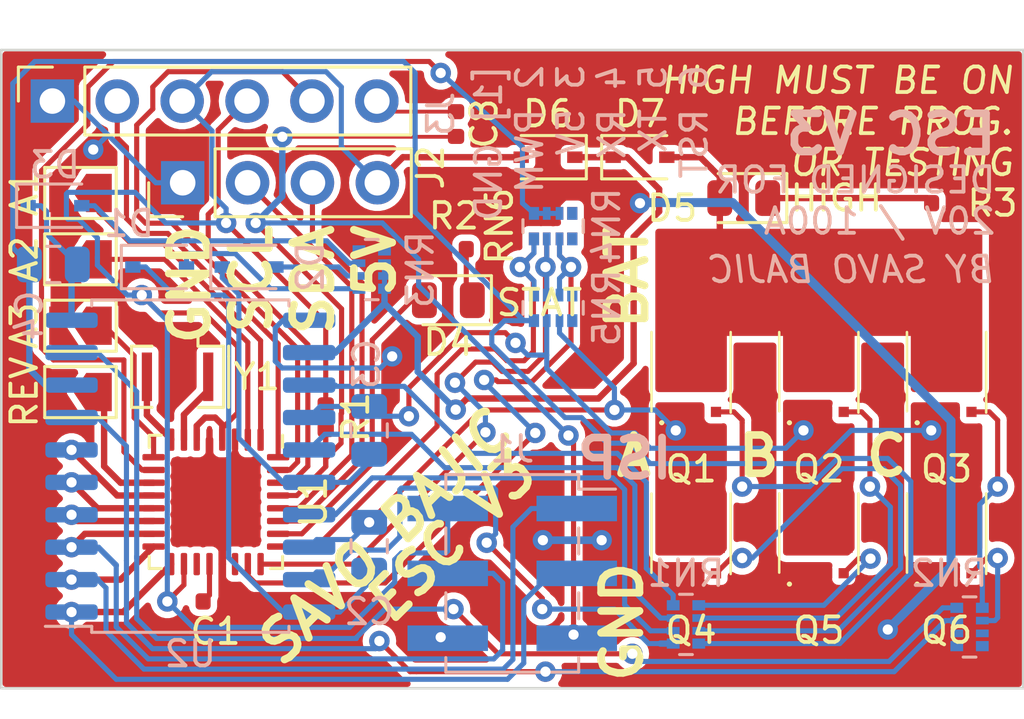
<source format=kicad_pcb>
(kicad_pcb (version 20221018) (generator pcbnew)
  (title_block (title "ESC V3"))
  (layers (0 "F.Cu" signal) (31 "B.Cu" signal) (34 "B.Paste" user) (35 "F.Paste" user) (36 "B.SilkS" user "B.Silkscreen") (37 "F.SilkS" user "F.Silkscreen") (38 "B.Mask" user) (39 "F.Mask" user) (44 "Edge.Cuts" user))
  (net 0 "")
  (net 1 "Net-(U1-AREF)")
  (net 2 "GND")
  (net 3 "Net-(D1-K)")
  (net 4 "AOUT")
  (net 5 "Net-(D2-K)")
  (net 6 "BOUT")
  (net 7 "Net-(D3-K)")
  (net 8 "COUT")
  (net 9 "+BATT")
  (net 10 "+5V")
  (net 11 "EXT_RST")
  (net 12 "Net-(D1-A)")
  (net 13 "Net-(D2-A)")
  (net 14 "Net-(D3-A)")
  (net 15 "PWM_IN")
  (net 16 "SDA")
  (net 17 "SCL")
  (net 18 "TX")
  (net 19 "RX")
  (net 20 "/HB")
  (net 21 "/HA")
  (net 22 "/LA")
  (net 23 "/ADD_1")
  (net 24 "/ADD_2")
  (net 25 "/ADD_3")
  (net 26 "/REVERSE")
  (net 27 "Net-(D4-K)")
  (net 28 "Net-(D5-K)")
  (net 29 "A_BEMF")
  (net 30 "C_BEMF")
  (net 31 "B_BEMF")
  (net 32 "ZERO")
  (net 33 "/LB")
  (net 34 "/HC")
  (net 35 "/LC")
  (net 36 "X2")
  (net 37 "X1")
  (net 38 "Net-(D6-K)")
  (net 39 "Net-(Q1-G)")
  (net 40 "Net-(Q2-G)")
  (net 41 "Net-(Q3-G)")
  (net 42 "RST")
  (net 43 "STATUS")
  (net 44 "Net-(Q4-G)")
  (net 45 "Net-(Q5-G)")
  (net 46 "Net-(Q6-G)")
  (net 47 "Net-(RN1-R1.1)")
  (net 48 "Net-(RN1-R2.1)")
  (net 49 "Net-(RN1-R3.1)")
  (net 50 "Net-(RN1-R4.1)")
  (net 55 "Net-(RN2-R2.2)")
  (net 56 "Net-(RN2-R1.2)")
  (footprint "Capacitor_SMD:C_0402_1005Metric" (layer "F.Cu") (at 178.385 131.6 180)
    (fp_text reference "C1")
    (fp_text value "100n")
  )
  (footprint "Capacitor_SMD:C_0402_1005Metric" (layer "F.Cu") (at 187.8 112.9 90)
    (fp_text reference "C8")
    (fp_text value "100n")
  )
  (footprint "Connector_PinHeader_2.54mm:PinHeader_1x04_P2.54mm_Vertical" (layer "F.Cu") (at 177.1 115.2 90)
    (fp_text reference "J2")
    (fp_text value "I2C_CTRL")
  )
  (footprint "Connector_PinSocket_2.54mm:PinSocket_1x06_P2.54mm_Vertical" (layer "F.Cu") (at 172 112 90)
    (fp_text reference "J3")
    (fp_text value "SER_PROG")
  )
  (footprint "Jumper:SolderJumper-2_P1.3mm_Open_TrianglePad1.0x1.5mm" (layer "F.Cu") (at 173.1 115.6 180)
    (fp_text reference "JP1" hide)
    (fp_text value "A1")
  )
  (footprint "Jumper:SolderJumper-2_P1.3mm_Open_TrianglePad1.0x1.5mm" (layer "F.Cu") (at 173.1 118.2 180)
    (fp_text reference "JP2" hide)
    (fp_text value "A2")
  )
  (footprint "Jumper:SolderJumper-2_P1.3mm_Open_TrianglePad1.0x1.5mm" (layer "F.Cu") (at 173.1 120.8 180)
    (fp_text reference "JP3" hide)
    (fp_text value "A3")
  )
  (footprint "Jumper:SolderJumper-2_P1.3mm_Open_TrianglePad1.0x1.5mm" (layer "F.Cu") (at 173.1 123.4 180)
    (fp_text reference "JP4" hide)
    (fp_text value "REV")
  )
  (footprint "Resistor_SMD:R_0402_1005Metric" (layer "F.Cu") (at 182.7 124.385 -90)
    (fp_text reference "R1")
    (fp_text value "10k")
  )
  (footprint "Resistor_SMD:R_Array_Convex_4x0402" (layer "F.Cu") (at 191.6 116.9 90)
    (fp_text reference "RN6")
    (fp_text value "10k")
  )
  (footprint "esc:TPN2R903PLL1Q" (layer "F.Cu") (at 197 122.6)
    (fp_text reference "Q1")
    (fp_text value "Q_NMOS_SGD" hide)
  )
  (footprint "esc:TPN2R903PLL1Q" (layer "F.Cu") (at 202 122.6)
    (fp_text reference "Q2")
    (fp_text value "Q_NMOS_SGD" hide)
  )
  (footprint "esc:TPN2R903PLL1Q" (layer "F.Cu") (at 207 122.6)
    (fp_text reference "Q3")
    (fp_text value "Q_NMOS_SGD" hide)
  )
  (footprint "esc:TPN2R903PLL1Q" (layer "F.Cu") (at 197 128.925)
    (fp_text reference "Q4")
    (fp_text value "Q_NMOS_SGD" hide)
  )
  (footprint "esc:TPN2R903PLL1Q" (layer "F.Cu") (at 202 128.92)
    (fp_text reference "Q5")
    (fp_text value "Q_NMOS_SGD" hide)
  )
  (footprint "esc:TPN2R903PLL1Q" (layer "F.Cu") (at 207 128.92)
    (fp_text reference "Q6")
    (fp_text value "Q_NMOS_SGD" hide)
  )
  (footprint "Package_DFN_QFN:QFN-32-1EP_5x5mm_P0.5mm_EP3.1x3.1mm" (layer "F.Cu") (at 178.4 127.7 -90)
    (fp_text reference "U1")
    (fp_text value "ATmega328PB-MU" hide)
  )
  (footprint "Crystal:Resonator_SMD_muRata_CSTxExxV-3Pin_3.0x1.1mm" (layer "F.Cu") (at 176.9 122.8 180)
    (fp_text reference "Y1")
    (fp_text value "16MHz")
  )
  (footprint "LED_SMD:LED_0805_2012Metric" (layer "F.Cu") (at 187.5 119.8 180)
    (fp_text reference "D4")
    (fp_text value "LED")
  )
  (footprint "LED_SMD:LED_0805_2012Metric" (layer "F.Cu") (at 199.0625 115.8 180)
    (fp_text reference "D5")
    (fp_text value "LED")
  )
  (footprint "Resistor_SMD:R_0402_1005Metric" (layer "F.Cu") (at 187.715 117.8 180)
    (fp_text reference "R2")
    (fp_text value "470")
  )
  (footprint "Resistor_SMD:R_0402_1005Metric" (layer "F.Cu") (at 206.9 116)
    (fp_text reference "R3")
    (fp_text value "2k")
  )
  (footprint "Diode_SMD:D_SOD-323" (layer "F.Cu") (at 191.4 114.2 180)
    (fp_text reference "D6")
    (fp_text value "0v8")
  )
  (footprint "Diode_SMD:D_SOD-323" (layer "F.Cu") (at 195 114.2)
    (fp_text reference "D7")
    (fp_text value "0v8")
  )
  (footprint "Capacitor_SMD:C_0805_2012Metric" (layer "B.Cu") (at 184.4 129.4375 -90)
    (fp_text reference "C2")
    (fp_text value "4u7")
  )
  (footprint "Capacitor_SMD:C_0805_2012Metric" (layer "B.Cu") (at 184.4 124.9 -90)
    (fp_text reference "C3")
    (fp_text value "4u7")
  )
  (footprint "Capacitor_SMD:C_0805_2012Metric" (layer "B.Cu") (at 172.0375 118.4)
    (fp_text reference "C4")
    (fp_text value "4u7")
  )
  (footprint "Diode_SMD:D_SOD-323" (layer "B.Cu") (at 176.2 118.5)
    (fp_text reference "D1")
    (fp_text value "0v8")
  )
  (footprint "Diode_SMD:D_SOD-323" (layer "B.Cu") (at 179.7 118.5)
    (fp_text reference "D2")
    (fp_text value "0v8")
  )
  (footprint "Diode_SMD:D_SOD-323" (layer "B.Cu") (at 172.1 116.1)
    (fp_text reference "D3")
    (fp_text value "0v8")
  )
  (footprint "Resistor_SMD:R_Array_Convex_4x0402" (layer "B.Cu") (at 196.8 132.5)
    (fp_text reference "RN1")
    (fp_text value "100")
  )
  (footprint "Resistor_SMD:R_Array_Convex_4x0402" (layer "B.Cu") (at 207.9 132.6 180)
    (fp_text reference "RN2")
    (fp_text value "100")
  )
  (footprint "Resistor_SMD:R_Array_Convex_4x0402" (layer "B.Cu") (at 184.5 118.6 180)
    (fp_text reference "RN3")
    (fp_text value "0")
  )
  (footprint "Resistor_SMD:R_Array_Convex_4x0402" (layer "B.Cu") (at 191.6 116.9 -90)
    (fp_text reference "RN4")
    (fp_text value "33k")
  )
  (footprint "Resistor_SMD:R_Array_Convex_4x0402" (layer "B.Cu") (at 191.6 120.1 -90)
    (fp_text reference "RN5")
    (fp_text value "33k")
  )
  (footprint "Package_SO:SOIC-20W_7.5x12.8mm_P1.27mm" (layer "B.Cu") (at 177.4 126.3)
    (fp_text reference "U2")
    (fp_text value "FAN7888")
  )
  (footprint "Connector_PinHeader_2.54mm:PinHeader_2x03_P2.54mm_Vertical_SMD" (layer "B.Cu") (at 190 130.5 180)
    (fp_text reference "J1")
    (fp_text value "AVR-ISP-6")
  )
  (gr_line (start 210 110) (end 170 110) (stroke (width 0.1)) (layer "Edge.Cuts"))
  (gr_line (start 170 135) (end 210 135) (stroke (width 0.1)) (layer "Edge.Cuts"))
  (gr_line (start 210 135) (end 210 110) (stroke (width 0.1)) (layer "Edge.Cuts"))
  (gr_line (start 170 110) (end 170 135) (stroke (width 0.1)) (layer "Edge.Cuts"))
  (gr_text "DESIGNED FOR\n20V / 100A" (at 209 115.9) (layer "B.SilkS") (effects (font (size 1 1)) (justify left mirror)))
  (gr_text "[1] GND\n2 PWM\n3 5V\n4 RX\n5 TX\n6 RST" (at 193.1 110.5 90) (layer "B.SilkS") (effects (font (size 1 1)) (justify left mirror)))
  (gr_text "ESC V3" (at 209.1 113.3) (layer "B.SilkS") (effects (font (size 1.5 1.5) (thickness 0.3)) (justify left mirror)))
  (gr_text "ISP" (at 194.4 126) (layer "B.SilkS") (effects (font (size 1.5 1.5) (thickness 0.3)) (justify mirror)))
  (gr_text "BY SAVO BAJIC" (at 209 118.6) (layer "B.SilkS") (effects (font (size 1 1) (thickness 0.15) italic) (justify left mirror)))
  (gr_text "BAT" (at 194.5 118.9 90) (layer "F.SilkS") (effects (font (size 1.5 1.5) (thickness 0.3))))
  (gr_text "A" (at 195.6 125.9) (layer "F.SilkS") (effects (font (size 1.5 1.5) (thickness 0.3)) (justify right)))
  (gr_text "GND\nSCL\nSDA\n5V" (at 181 116.7 90) (layer "F.SilkS") (effects (font (size 1.5 1.5) (thickness 0.3)) (justify right)))
  (gr_text "STAT" (at 189.3 119.9) (layer "F.SilkS") (effects (font (size 1 1)) (justify left)))
  (gr_text "SAVO BAJIC" (at 185 129.1 45) (layer "F.SilkS") (effects (font (size 1.5 1.5) (thickness 0.3) italic)))
  (gr_text "B" (at 200.6 125.9) (layer "F.SilkS") (effects (font (size 1.5 1.5) (thickness 0.3)) (justify right)))
  (gr_text "HIGH" (at 200.8 115.8) (layer "F.SilkS") (effects (font (size 1 1)) (justify left)))
  (gr_text "C" (at 205.6 125.9) (layer "F.SilkS") (effects (font (size 1.5 1.5) (thickness 0.3)) (justify right)))
  (gr_text "GND" (at 194.3 132.4 90) (layer "F.SilkS") (effects (font (size 1.5 1.5) (thickness 0.3))))
  (gr_text "HIGH MUST BE ON\nBEFORE PROG.\nOR TESTING" (at 209.7 112.8) (layer "F.SilkS") (effects (font (size 1 1) (thickness 0.15) italic) (justify right)))
  (gr_text "ESC V3" (at 187.6 129.1 45) (layer "F.SilkS") (effects (font (size 1.5 1.5) (thickness 0.3) italic)))
  (segment (start 178.15 131.35) (end 178.15 130.1375) (width 0.2) (layer "F.Cu") (net 1))
  (segment (start 177.9 131.6) (end 178.15 131.35) (width 0.2) (layer "F.Cu") (net 1))
  (segment (start 188.63641 127.9) (end 184.93641 131.6) (width 0.3) (layer "F.Cu") (net 2))
  (segment (start 172.375 120.8) (end 172.375 120.57572) (width 0.2) (layer "F.Cu") (net 2))
  (segment (start 195 116) (end 194.600001 115.600001) (width 0.35) (layer "F.Cu") (net 2))
  (segment (start 172.375 118.2) (end 172.375 120.8) (width 0.1) (layer "F.Cu") (net 2))
  (segment (start 204.7 132.7) (end 204.7 131.82) (width 0.35) (layer "F.Cu") (net 2))
  (segment (start 187.35001 117.92001) (end 187.35001 120.481484) (width 0.2) (layer "F.Cu") (net 2))
  (segment (start 174.9 120.20072) (end 174.44927 119.74999) (width 0.2) (layer "F.Cu") (net 2))
  (segment (start 191.2 129.2) (end 191.2 128.634315) (width 0.3) (layer "F.Cu") (net 2))
  (segment (start 178.87 131.6) (end 178.65 131.38) (width 0.3) (layer "F.Cu") (net 2))
  (segment (start 187.35001 120.481484) (end 185.831494 122) (width 0.2) (layer "F.Cu") (net 2))
  (segment (start 178.65 130.1375) (end 178.65 127.95) (width 0.3) (layer "F.Cu") (net 2))
  (segment (start 193.5 129.2) (end 194.8 130.5) (width 0.3) (layer "F.Cu") (net 2))
  (segment (start 178.65 127.95) (end 178.4 127.7) (width 0.3) (layer "F.Cu") (net 2))
  (segment (start 175.8 121.4) (end 174.9 120.5) (width 0.2) (layer "F.Cu") (net 2))
  (segment (start 184.93641 131.6) (end 179.165 131.6) (width 0.3) (layer "F.Cu") (net 2))
  (segment (start 190.465685 127.9) (end 188.63641 127.9) (width 0.3) (layer "F.Cu") (net 2))
  (segment (start 185.831494 122) (end 185.3 122) (width 0.2) (layer "F.Cu") (net 2))
  (segment (start 176.65 121.4) (end 175.8 121.4) (width 0.2) (layer "F.Cu") (net 2))
  (segment (start 172.375 115.125) (end 172.375 115.6) (width 0.1) (layer "F.Cu") (net 2))
  (segment (start 172.375 120.57572) (end 173.20073 119.74999) (width 0.2) (layer "F.Cu") (net 2))
  (segment (start 188.2 116.4) (end 190.85 116.4) (width 0.2) (layer "F.Cu") (net 2))
  (segment (start 192.149999 115.600001) (end 191.35 116.4) (width 0.35) (layer "F.Cu") (net 2))
  (segment (start 179.165 131.6) (end 178.87 131.6) (width 0.3) (layer "F.Cu") (net 2))
  (segment (start 174.9 120.5) (end 174.9 120.20072) (width 0.2) (layer "F.Cu") (net 2))
  (segment (start 174.44927 119.74999) (end 173.20073 119.74999) (width 0.2) (layer "F.Cu") (net 2))
  (segment (start 187.23 117.8) (end 187.23 117.37) (width 0.2) (layer "F.Cu") (net 2))
  (segment (start 187.23 117.37) (end 188.2 116.4) (width 0.2) (layer "F.Cu") (net 2))
  (segment (start 178.15 125.2625) (end 178.15 127.45) (width 0.3) (layer "F.Cu") (net 2))
  (segment (start 176.9 122.8) (end 176.9 121.65) (width 0.2) (layer "F.Cu") (net 2))
  (segment (start 178.15 127.45) (end 178.4 127.7) (width 0.3) (layer "F.Cu") (net 2))
  (segment (start 194.8 130.5) (end 196.025 130.5) (width 0.3) (layer "F.Cu") (net 2))
  (segment (start 173.6 113.9) (end 172.375 115.125) (width 0.1) (layer "F.Cu") (net 2))
  (segment (start 178.65 131.38) (end 178.65 130.1375) (width 0.3) (layer "F.Cu") (net 2))
  (segment (start 187.23 117.8) (end 187.35001 117.92001) (width 0.2) (layer "F.Cu") (net 2))
  (segment (start 172.375 116.35) (end 172.375 118.2) (width 0.1) (layer "F.Cu") (net 2))
  (segment (start 172.375 115.6) (end 172.375 116.35) (width 0.1) (layer "F.Cu") (net 2))
  (segment (start 176.9 121.65) (end 176.65 121.4) (width 0.2) (layer "F.Cu") (net 2))
  (segment (start 178.15 124.825) (end 178.15 125.2625) (width 0.2) (layer "F.Cu") (net 2))
  (segment (start 179.15 125.2625) (end 179.15 126.95) (width 0.2) (layer "F.Cu") (net 2))
  (segment (start 204.7 131.82) (end 206.025 130.495) (width 0.35) (layer "F.Cu") (net 2))
  (segment (start 194.600001 115.600001) (end 192.149999 115.600001) (width 0.35) (layer "F.Cu") (net 2))
  (segment (start 179.15 126.95) (end 178.4 127.7) (width 0.2) (layer "F.Cu") (net 2))
  (segment (start 191.2 128.634315) (end 190.465685 127.9) (width 0.3) (layer "F.Cu") (net 2))
  (via (at 204.7 132.7) (size 0.8) (drill 0.4) (layers "F.Cu" "B.Cu") (net 2))
  (via (at 191.2 129.2) (size 0.8) (drill 0.4) (layers "F.Cu" "B.Cu") (net 2))
  (via (at 185.3 122) (size 0.8) (drill 0.4) (layers "F.Cu" "B.Cu") (net 2))
  (via (at 173.6 113.9) (size 0.8) (drill 0.4) (layers "F.Cu" "B.Cu") (net 2))
  (via (at 193.5 129.2) (size 0.8) (drill 0.4) (layers "F.Cu" "B.Cu") (net 2))
  (via (at 187.2 133) (size 0.8) (drill 0.4) (layers "F.Cu" "B.Cu") (net 2))
  (via (at 195 116) (size 0.8) (drill 0.4) (layers "F.Cu" "B.Cu") (net 2))
  (segment (start 176.05 115.2) (end 174.075 113.225) (width 0.2) (layer "B.Cu") (net 2))
  (segment (start 207.175001 124.527999) (end 207.175001 130.224999) (width 0.35) (layer "B.Cu") (net 2))
  (segment (start 180.72499 122.191402) (end 180.988598 122.45501) (width 0.2) (layer "B.Cu") (net 2))
  (segment (start 198.623501 115.976499) (end 195.023501 115.976499) (width 0.35) (layer "B.Cu") (net 2))
  (segment (start 182.05 120.585) (end 181.025 120.585) (width 0.2) (layer "B.Cu") (net 2))
  (segment (start 180.72499 120.88501) (end 180.72499 122.191402) (width 0.2) (layer "B.Cu") (net 2))
  (segment (start 195.023501 115.976499) (end 195 116) (width 0.35) (layer "B.Cu") (net 2))
  (segment (start 187.475 133.04) (end 187.24 133.04) (width 0.2) (layer "B.Cu") (net 2))
  (segment (start 191.2 129.2) (end 193.5 129.2) (width 0.3) (layer "B.Cu") (net 2))
  (segment (start 187.24 133.04) (end 187.2 133) (width 0.2) (layer "B.Cu") (net 2))
  (segment (start 174.075 113.225) (end 174.075 113.425) (width 0.2) (layer "B.Cu") (net 2))
  (segment (start 198.623501 115.976499) (end 207.175001 124.527999) (width 0.35) (layer "B.Cu") (net 2))
  (segment (start 177.1 115.2) (end 176.05 115.2) (width 0.2) (layer "B.Cu") (net 2))
  (segment (start 174.075 113.225) (end 172.85 112) (width 0.2) (layer "B.Cu") (net 2))
  (segment (start 174.075 113.425) (end 173.6 113.9) (width 0.2) (layer "B.Cu") (net 2))
  (segment (start 181.025 120.585) (end 180.72499 120.88501) (width 0.2) (layer "B.Cu") (net 2))
  (segment (start 172.85 112) (end 172 112) (width 0.2) (layer "B.Cu") (net 2))
  (segment (start 184.84499 122.45501) (end 180.988598 122.45501) (width 0.2) (layer "B.Cu") (net 2))
  (segment (start 185.3 122) (end 184.84499 122.45501) (width 0.2) (layer "B.Cu") (net 2))
  (segment (start 207.175001 130.224999) (end 204.7 132.7) (width 0.35) (layer "B.Cu") (net 2))
  (segment (start 184.4 130.8625) (end 183.2475 132.015) (width 0.2) (layer "B.Cu") (net 3))
  (segment (start 184.4 130.375) (end 184.4 130.8625) (width 0.2) (layer "B.Cu") (net 3))
  (segment (start 178.89999 129.88999) (end 181.025 132.015) (width 0.2) (layer "B.Cu") (net 3))
  (segment (start 181.025 132.015) (end 182.05 132.015) (width 0.2) (layer "B.Cu") (net 3))
  (segment (start 178.89999 119.79999) (end 178.89999 129.88999) (width 0.2) (layer "B.Cu") (net 3))
  (segment (start 178.7 119.6) (end 178.89999 119.79999) (width 0.2) (layer "B.Cu") (net 3))
  (segment (start 175.65 118.5) (end 176.75 119.6) (width 0.2) (layer "B.Cu") (net 3))
  (segment (start 183.2475 132.015) (end 183.075 132.015) (width 0.2) (layer "B.Cu") (net 3))
  (segment (start 183.075 132.015) (end 182.05 132.015) (width 0.2) (layer "B.Cu") (net 3))
  (segment (start 176.75 119.6) (end 178.7 119.6) (width 0.2) (layer "B.Cu") (net 3))
  (segment (start 175.15 118.5) (end 175.65 118.5) (width 0.2) (layer "B.Cu") (net 3))
  (segment (start 188.8 124.1) (end 194 124.1) (width 0.2) (layer "F.Cu") (net 4))
  (segment (start 196.675 124.625) (end 196.4 124.9) (width 0.2) (layer "F.Cu") (net 4))
  (segment (start 184.4 128.5) (end 188.8 124.1) (width 0.2) (layer "F.Cu") (net 4))
  (segment (start 196.675 124.175) (end 196.675 124.625) (width 0.2) (layer "F.Cu") (net 4))
  (segment (start 194.075 124.175) (end 194 124.1) (width 0.25) (layer "F.Cu") (net 4))
  (via (at 184.4 128.5) (size 0.8) (drill 0.4) (layers "F.Cu" "B.Cu") (net 4))
  (via (at 194 124.1) (size 0.8) (drill 0.4) (layers "F.Cu" "B.Cu") (net 4))
  (via (at 196.4 124.9) (size 0.8) (drill 0.4) (layers "F.Cu" "B.Cu") (net 4))
  (segment (start 194 123.240002) (end 194 124.1) (width 0.2) (layer "B.Cu") (net 4))
  (segment (start 191.85 120.6) (end 191.849999 121.090001) (width 0.2) (layer "B.Cu") (net 4))
  (segment (start 183.914473 128.985527) (end 184.4 128.5) (width 0.2) (layer "B.Cu") (net 4))
  (segment (start 183.725 129.175) (end 183.914473 128.985527) (width 0.2) (layer "B.Cu") (net 4))
  (segment (start 194 124.1) (end 195.6 124.1) (width 0.2) (layer "B.Cu") (net 4))
  (segment (start 182.05 129.475) (end 182.35 129.175) (width 0.2) (layer "B.Cu") (net 4))
  (segment (start 191.849999 121.090001) (end 194 123.240002) (width 0.2) (layer "B.Cu") (net 4))
  (segment (start 195.6 124.1) (end 196.4 124.9) (width 0.2) (layer "B.Cu") (net 4))
  (segment (start 182.35 129.175) (end 183.725 129.175) (width 0.2) (layer "B.Cu") (net 4))
  (segment (start 182.05 126.935) (end 183.6025 126.935) (width 0.2) (layer "B.Cu") (net 5))
  (segment (start 178.65 118.5) (end 178.65 118.925) (width 0.2) (layer "B.Cu") (net 5))
  (segment (start 179.3 119.575) (end 179.3 125.21) (width 0.2) (layer "B.Cu") (net 5))
  (segment (start 178.65 118.925) (end 179.3 119.575) (width 0.2) (layer "B.Cu") (net 5))
  (segment (start 183.6025 126.935) (end 184.7 125.8375) (width 0.2) (layer "B.Cu") (net 5))
  (segment (start 179.3 125.21) (end 181.025 126.935) (width 0.2) (layer "B.Cu") (net 5))
  (segment (start 181.025 126.935) (end 182.05 126.935) (width 0.2) (layer "B.Cu") (net 5))
  (segment (start 201.4 124.9) (end 201.4 124.45) (width 0.2) (layer "F.Cu") (net 6))
  (segment (start 190.127824 121.472176) (end 189.727825 121.072177) (width 0.2) (layer "F.Cu") (net 6))
  (segment (start 201.4 124.45) (end 201.675 124.175) (width 0.2) (layer "F.Cu") (net 6))
  (segment (start 185.955025 123.233735) (end 185.955025 124.344975) (width 0.2) (layer "F.Cu") (net 6))
  (segment (start 188.116583 121.072177) (end 185.955025 123.233735) (width 0.2) (layer "F.Cu") (net 6))
  (segment (start 189.727825 121.072177) (end 188.116583 121.072177) (width 0.2) (layer "F.Cu") (net 6))
  (via (at 185.955025 124.344975) (size 0.8) (drill 0.4) (layers "F.Cu" "B.Cu") (net 6))
  (via (at 201.4 124.9) (size 0.8) (drill 0.4) (layers "F.Cu" "B.Cu") (net 6))
  (via (at 190.127824 121.472176) (size 0.8) (drill 0.4) (layers "F.Cu" "B.Cu") (net 6))
  (segment (start 190.605648 121.95) (end 190.127824 121.472176) (width 0.2) (layer "B.Cu") (net 6))
  (segment (start 191.35 120.6) (end 191.35 121.95) (width 0.2) (layer "B.Cu") (net 6))
  (segment (start 191.35 121.95) (end 190.605648 121.95) (width 0.2) (layer "B.Cu") (net 6))
  (segment (start 193.877096 125) (end 194.8 125) (width 0.2) (layer "B.Cu") (net 6))
  (segment (start 184.7 123.9625) (end 184.82003 123.9625) (width 0.2) (layer "B.Cu") (net 6))
  (segment (start 182.4825 123.9625) (end 182.05 124.395) (width 0.2) (layer "B.Cu") (net 6))
  (segment (start 185.955025 124.344975) (end 184.782475 124.344975) (width 0.2) (layer "B.Cu") (net 6))
  (segment (start 201.3 125) (end 201.4 124.9) (width 0.2) (layer "B.Cu") (net 6))
  (segment (start 184.4 123.9625) (end 182.4825 123.9625) (width 0.2) (layer "B.Cu") (net 6))
  (segment (start 200.699999 125.600001) (end 201.000001 125.299999) (width 0.2) (layer "B.Cu") (net 6))
  (segment (start 194.8 125) (end 195.400001 125.600001) (width 0.2) (layer "B.Cu") (net 6))
  (segment (start 195.400001 125.600001) (end 200.699999 125.600001) (width 0.2) (layer "B.Cu") (net 6))
  (segment (start 191.35 121.95) (end 191.35 122.472904) (width 0.2) (layer "B.Cu") (net 6))
  (segment (start 191.35 122.472904) (end 193.877096 125) (width 0.2) (layer "B.Cu") (net 6))
  (segment (start 184.782475 124.344975) (end 184.4 123.9625) (width 0.2) (layer "B.Cu") (net 6))
  (segment (start 201.000001 125.299999) (end 201.4 124.9) (width 0.2) (layer "B.Cu") (net 6))
  (segment (start 172.975 118.4) (end 171.775 117.2) (width 0.2) (layer "B.Cu") (net 7))
  (segment (start 172.75 120.585) (end 172.75 118.625) (width 0.25) (layer "B.Cu") (net 7))
  (segment (start 171.775 116.325) (end 171.55 116.1) (width 0.2) (layer "B.Cu") (net 7))
  (segment (start 172.75 118.625) (end 172.975 118.4) (width 0.25) (layer "B.Cu") (net 7))
  (segment (start 171.775 117.2) (end 171.775 116.325) (width 0.2) (layer "B.Cu") (net 7))
  (segment (start 171.55 116.1) (end 171.05 116.1) (width 0.2) (layer "B.Cu") (net 7))
  (segment (start 206.4 124.55) (end 206.025 124.175) (width 0.2) (layer "F.Cu") (net 8))
  (segment (start 206.4 124.9) (end 206.4 124.55) (width 0.2) (layer "F.Cu") (net 8))
  (via (at 206.4 124.9) (size 0.8) (drill 0.4) (layers "F.Cu" "B.Cu") (net 8))
  (segment (start 170.449999 111.309999) (end 171.310009 110.449989) (width 0.2) (layer "B.Cu") (net 8))
  (segment (start 171.1 118.4) (end 170.449999 117.749999) (width 0.2) (layer "B.Cu") (net 8))
  (segment (start 171.1 122.5) (end 171.725 123.125) (width 0.25) (layer "B.Cu") (net 8))
  (segment (start 189.2 121.534302) (end 189.2 121.1) (width 0.2) (layer "B.Cu") (net 8))
  (segment (start 194.6 125.4) (end 193.711398 125.4) (width 0.2) (layer "B.Cu") (net 8))
  (segment (start 189.7 120.6) (end 190.85 120.6) (width 0.2) (layer "B.Cu") (net 8))
  (segment (start 171.310009 110.449989) (end 185.749989 110.449989) (width 0.2) (layer "B.Cu") (net 8))
  (segment (start 190.45 120.6) (end 190.85 120.6) (width 0.2) (layer "B.Cu") (net 8))
  (segment (start 171.725 123.125) (end 172.75 123.125) (width 0.25) (layer "B.Cu") (net 8))
  (segment (start 195.4 126.2) (end 194.6 125.4) (width 0.2) (layer "B.Cu") (net 8))
  (segment (start 186.2 116.35) (end 190.45 120.6) (width 0.2) (layer "B.Cu") (net 8))
  (segment (start 189.2 121.1) (end 189.7 120.6) (width 0.2) (layer "B.Cu") (net 8))
  (segment (start 170.449999 117.749999) (end 170.449999 111.309999) (width 0.2) (layer "B.Cu") (net 8))
  (segment (start 171.1 118.4) (end 171.1 122.5) (width 0.25) (layer "B.Cu") (net 8))
  (segment (start 206.4 124.9) (end 203.268601 124.9) (width 0.2) (layer "B.Cu") (net 8))
  (segment (start 201.968601 126.2) (end 195.4 126.2) (width 0.2) (layer "B.Cu") (net 8))
  (segment (start 206.5 124.8) (end 206.4 124.9) (width 0.2) (layer "B.Cu") (net 8))
  (segment (start 186.2 110.9) (end 186.2 116.35) (width 0.2) (layer "B.Cu") (net 8))
  (segment (start 193.711398 125.4) (end 192.711397 124.399999) (width 0.2) (layer "B.Cu") (net 8))
  (segment (start 192.711397 124.399999) (end 192.065697 124.399999) (width 0.2) (layer "B.Cu") (net 8))
  (segment (start 203.268601 124.9) (end 201.968601 126.2) (width 0.2) (layer "B.Cu") (net 8))
  (segment (start 192.065697 124.399999) (end 189.2 121.534302) (width 0.2) (layer "B.Cu") (net 8))
  (segment (start 185.749989 110.449989) (end 186.2 110.9) (width 0.2) (layer "B.Cu") (net 8))
  (segment (start 198.125 115.8) (end 198.125 118.175) (width 0.25) (layer "F.Cu") (net 9))
  (segment (start 196.05 114.2) (end 197.3625 114.2) (width 0.25) (layer "F.Cu") (net 9))
  (segment (start 198.125 114.9625) (end 197.78125 114.61875) (width 0.25) (layer "F.Cu") (net 9))
  (segment (start 197.3625 114.2) (end 197.78125 114.61875) (width 0.25) (layer "F.Cu") (net 9))
  (segment (start 198.125 118.175) (end 197.325 118.975) (width 0.25) (layer "F.Cu") (net 9))
  (segment (start 197.325 118.975) (end 197.325 121.025) (width 0.25) (layer "F.Cu") (net 9))
  (segment (start 198.125 115.8) (end 198.125 114.9625) (width 0.25) (layer "F.Cu") (net 9))
  (segment (start 178.372992 124.39999) (end 178.65 124.676998) (width 0.25) (layer "F.Cu") (net 10))
  (segment (start 177.455025 120.3) (end 176.2 120.3) (width 0.2) (layer "F.Cu") (net 10))
  (segment (start 177.15 130.95) (end 176.5 131.6) (width 0.2) (layer "F.Cu") (net 10))
  (segment (start 182.7 123.9) (end 182.7 120.67499) (width 0.2) (layer "F.Cu") (net 10))
  (segment (start 176.2 120.3) (end 175.5 119.6) (width 0.2) (layer "F.Cu") (net 10))
  (segment (start 178.65 124.676998) (end 178.65 125.2625) (width 0.25) (layer "F.Cu") (net 10))
  (segment (start 182.7 120.67499) (end 178.799999 116.774989) (width 0.2) (layer "F.Cu") (net 10))
  (segment (start 179.24999 124.212342) (end 179.24999 121.615688) (width 0.2) (layer "F.Cu") (net 10))
  (segment (start 185.72 114.2) (end 184.72 115.2) (width 0.25) (layer "F.Cu") (net 10))
  (segment (start 178.65 125.2625) (end 178.65 124.812332) (width 0.2) (layer "F.Cu") (net 10))
  (segment (start 177.15 130.1375) (end 177.15 130.95) (width 0.2) (layer "F.Cu") (net 10))
  (segment (start 177.65 124.723946) (end 177.973956 124.39999) (width 0.25) (layer "F.Cu") (net 10))
  (segment (start 178.65 124.812332) (end 179.24999 124.212342) (width 0.2) (layer "F.Cu") (net 10))
  (segment (start 179.24999 121.615688) (end 177.934302 120.3) (width 0.2) (layer "F.Cu") (net 10))
  (segment (start 177.65 125.2625) (end 177.65 124.723946) (width 0.25) (layer "F.Cu") (net 10))
  (segment (start 177.934302 120.3) (end 177.455025 120.3) (width 0.2) (layer "F.Cu") (net 10))
  (segment (start 177.973956 124.39999) (end 178.372992 124.39999) (width 0.25) (layer "F.Cu") (net 10))
  (segment (start 190.35 114.2) (end 185.72 114.2) (width 0.25) (layer "F.Cu") (net 10))
  (via (at 175.5 119.6) (size 0.8) (drill 0.4) (layers "F.Cu" "B.Cu") (net 10))
  (via (at 178.799999 116.774989) (size 0.8) (drill 0.4) (layers "F.Cu" "B.Cu") (net 10))
  (via (at 176.5 131.6) (size 0.8) (drill 0.4) (layers "F.Cu" "B.Cu") (net 10))
  (segment (start 172.549999 116.565001) (end 172.609999 116.625001) (width 0.2) (layer "B.Cu") (net 10))
  (segment (start 183.310001 111.447999) (end 182.712001 110.849999) (width 0.2) (layer "B.Cu") (net 10))
  (segment (start 178.230001 110.849999) (end 177.08 112) (width 0.2) (layer "B.Cu") (net 10))
  (segment (start 176.5 120.915002) (end 176.5 120.9) (width 0.2) (layer "B.Cu") (net 10))
  (segment (start 183.310001 113.790001) (end 183.310001 111.447999) (width 0.2) (layer "B.Cu") (net 10))
  (segment (start 172.609999 115.574999) (end 172.549999 115.634999) (width 0.2) (layer "B.Cu") (net 10))
  (segment (start 178.250001 115.659306) (end 178.250001 113.170001) (width 0.2) (layer "B.Cu") (net 10))
  (segment (start 175.234997 115.574999) (end 172.609999 115.574999) (width 0.2) (layer "B.Cu") (net 10))
  (segment (start 177.51501 132.61501) (end 183.628984 132.61501) (width 0.2) (layer "B.Cu") (net 10))
  (segment (start 178.799999 116.774989) (end 176.434987 116.774989) (width 0.2) (layer "B.Cu") (net 10))
  (segment (start 173.76251 117.36251) (end 173.025001 116.625001) (width 0.2) (layer "B.Cu") (net 10))
  (segment (start 184.72 115.2) (end 183.310001 113.790001) (width 0.2) (layer "B.Cu") (net 10))
  (segment (start 176.5 120.6) (end 176.5 120.9) (width 0.2) (layer "B.Cu") (net 10))
  (segment (start 178.799999 116.209304) (end 178.250001 115.659306) (width 0.2) (layer "B.Cu") (net 10))
  (segment (start 176.434987 116.774989) (end 175.234997 115.574999) (width 0.2) (layer "B.Cu") (net 10))
  (segment (start 182.712001 110.849999) (end 178.230001 110.849999) (width 0.2) (layer "B.Cu") (net 10))
  (segment (start 173.76251 118.428195) (end 173.76251 118.1) (width 0.2) (layer "B.Cu") (net 10))
  (segment (start 177.929999 112.849999) (end 177.08 112) (width 0.2) (layer "B.Cu") (net 10))
  (segment (start 183.628984 132.61501) (end 185.40001 130.843984) (width 0.2) (layer "B.Cu") (net 10))
  (segment (start 174.934315 119.6) (end 173.76251 118.428195) (width 0.2) (layer "B.Cu") (net 10))
  (segment (start 176.5 120.9) (end 176.5 122.1) (width 0.2) (layer "B.Cu") (net 10))
  (segment (start 176.5 131.6) (end 177.51501 132.61501) (width 0.2) (layer "B.Cu") (net 10))
  (segment (start 187.400001 129.699999) (end 187.475 129.625) (width 0.2) (layer "B.Cu") (net 10))
  (segment (start 185.40001 129.959988) (end 185.659999 129.699999) (width 0.2) (layer "B.Cu") (net 10))
  (segment (start 185.40001 130.843984) (end 185.40001 129.959988) (width 0.2) (layer "B.Cu") (net 10))
  (segment (start 178.250001 113.170001) (end 177.929999 112.849999) (width 0.2) (layer "B.Cu") (net 10))
  (segment (start 175.5 119.6) (end 174.934315 119.6) (width 0.2) (layer "B.Cu") (net 10))
  (segment (start 172.609999 116.625001) (end 173.025001 116.625001) (width 0.2) (layer "B.Cu") (net 10))
  (segment (start 175.5 119.6) (end 176.5 120.6) (width 0.2) (layer "B.Cu") (net 10))
  (segment (start 172.549999 115.634999) (end 172.549999 116.565001) (width 0.2) (layer "B.Cu") (net 10))
  (segment (start 185.659999 129.699999) (end 187.400001 129.699999) (width 0.2) (layer "B.Cu") (net 10))
  (segment (start 178.799999 116.774989) (end 178.799999 116.209304) (width 0.2) (layer "B.Cu") (net 10))
  (segment (start 187.475 129.625) (end 187.475 127.96) (width 0.2) (layer "B.Cu") (net 10))
  (segment (start 173.76251 118.177512) (end 173.76251 117.36251) (width 0.2) (layer "B.Cu") (net 10))
  (segment (start 176.5 122.1) (end 176.5 131.6) (width 0.2) (layer "B.Cu") (net 10))
  (segment (start 187.8 112.415) (end 185.115 112.415) (width 0.15) (layer "F.Cu") (net 11))
  (segment (start 185.115 112.415) (end 184.7 112) (width 0.15) (layer "F.Cu") (net 11))
  (segment (start 179.159997 117.974999) (end 177.350001 117.974999) (width 0.2) (layer "B.Cu") (net 12))
  (segment (start 177.350001 117.974999) (end 177.25 118.075) (width 0.2) (layer "B.Cu") (net 12))
  (segment (start 180.534998 119.35) (end 179.159997 117.974999) (width 0.2) (layer "B.Cu") (net 12))
  (segment (start 177.25 118.075) (end 177.25 118.5) (width 0.2) (layer "B.Cu") (net 12))
  (segment (start 184 119.35) (end 180.534998 119.35) (width 0.2) (layer "B.Cu") (net 12))
  (segment (start 180.8 118.5) (end 183.2 118.5) (width 0.2) (layer "B.Cu") (net 13))
  (segment (start 180.75 118.5) (end 180.8 118.5) (width 0.25) (layer "B.Cu") (net 13))
  (segment (start 183.55 118.85) (end 184 118.85) (width 0.2) (layer "B.Cu") (net 13))
  (segment (start 183.2 118.5) (end 183.55 118.85) (width 0.2) (layer "B.Cu") (net 13))
  (segment (start 175.024989 117.474989) (end 182.740688 117.474989) (width 0.2) (layer "B.Cu") (net 14))
  (segment (start 182.740688 117.474989) (end 183.615699 118.35) (width 0.2) (layer "B.Cu") (net 14))
  (segment (start 183.615699 118.35) (end 184 118.35) (width 0.2) (layer "B.Cu") (net 14))
  (segment (start 173.65 116.1) (end 175.024989 117.474989) (width 0.2) (layer "B.Cu") (net 14))
  (segment (start 173.15 116.1) (end 173.65 116.1) (width 0.2) (layer "B.Cu") (net 14))
  (segment (start 180.8375 121.506104) (end 176.515698 117.184302) (width 0.2) (layer "F.Cu") (net 15))
  (segment (start 174.9 113.8) (end 174.54 113.44) (width 0.2) (layer "F.Cu") (net 15))
  (segment (start 176.515698 117.184302) (end 175.484302 117.184302) (width 0.2) (layer "F.Cu") (net 15))
  (segment (start 175.484302 117.184302) (end 174.9 116.6) (width 0.2) (layer "F.Cu") (net 15))
  (segment (start 174.54 113.44) (end 174.54 112) (width 0.2) (layer "F.Cu") (net 15))
  (segment (start 174.9 116.6) (end 174.9 113.8) (width 0.2) (layer "F.Cu") (net 15))
  (segment (start 180.8375 125.95) (end 180.8375 121.506104) (width 0.2) (layer "F.Cu") (net 15))
  (segment (start 182.18 115.2) (end 182.18 117.174301) (width 0.2) (layer "F.Cu") (net 16))
  (segment (start 184.12003 119.114331) (end 184.12003 126.031367) (width 0.2) (layer "F.Cu") (net 16))
  (segment (start 184.12003 126.031367) (end 181.701397 128.45) (width 0.2) (layer "F.Cu") (net 16))
  (segment (start 182.18 117.174301) (end 184.12003 119.114331) (width 0.2) (layer "F.Cu") (net 16))
  (segment (start 181.701397 128.45) (end 180.8375 128.45) (width 0.2) (layer "F.Cu") (net 16))
  (segment (start 183.72002 119.28002) (end 180.489999 116.049999) (width 0.2) (layer "F.Cu") (net 17))
  (segment (start 180.489999 116.049999) (end 179.64 115.2) (width 0.2) (layer "F.Cu") (net 17))
  (segment (start 183.72002 125.865678) (end 183.72002 119.28002) (width 0.2) (layer "F.Cu") (net 17))
  (segment (start 181.635698 127.95) (end 183.72002 125.865678) (width 0.2) (layer "F.Cu") (net 17))
  (segment (start 180.8375 127.95) (end 181.635698 127.95) (width 0.2) (layer "F.Cu") (net 17))
  (segment (start 181.287668 126.45) (end 181.6 126.137668) (width 0.2) (layer "F.Cu") (net 18))
  (segment (start 175.929999 111.447999) (end 176.527999 110.849999) (width 0.2) (layer "F.Cu") (net 18))
  (segment (start 181.009999 110.849999) (end 181.310001 111.150001) (width 0.2) (layer "F.Cu") (net 18))
  (segment (start 181.310001 111.150001) (end 182.16 112) (width 0.2) (layer "F.Cu") (net 18))
  (segment (start 175.3 112.942002) (end 175.929999 112.312003) (width 0.2) (layer "F.Cu") (net 18))
  (segment (start 181.6 121.702905) (end 176.681387 116.784292) (width 0.2) (layer "F.Cu") (net 18))
  (segment (start 181.6 126.137668) (end 181.6 121.702905) (width 0.2) (layer "F.Cu") (net 18))
  (segment (start 175.929999 112.312003) (end 175.929999 111.447999) (width 0.2) (layer "F.Cu") (net 18))
  (segment (start 180.8375 126.45) (end 181.287668 126.45) (width 0.2) (layer "F.Cu") (net 18))
  (segment (start 176.681387 116.784292) (end 175.64999 116.784292) (width 0.2) (layer "F.Cu") (net 18))
  (segment (start 175.3 116.434302) (end 175.3 112.942002) (width 0.2) (layer "F.Cu") (net 18))
  (segment (start 175.64999 116.784292) (end 175.3 116.434302) (width 0.2) (layer "F.Cu") (net 18))
  (segment (start 176.527999 110.849999) (end 181.009999 110.849999) (width 0.2) (layer "F.Cu") (net 18))
  (segment (start 178.489999 116.050003) (end 178.489999 113.130001) (width 0.2) (layer "F.Cu") (net 19))
  (segment (start 180.8375 126.95) (end 181.353367 126.95) (width 0.2) (layer "F.Cu") (net 19))
  (segment (start 182.00001 121.537216) (end 178.099999 117.637205) (width 0.2) (layer "F.Cu") (net 19))
  (segment (start 178.099999 116.440003) (end 178.489999 116.050003) (width 0.2) (layer "F.Cu") (net 19))
  (segment (start 181.353367 126.95) (end 182.00001 126.303357) (width 0.2) (layer "F.Cu") (net 19))
  (segment (start 178.099999 117.637205) (end 178.099999 116.440003) (width 0.2) (layer "F.Cu") (net 19))
  (segment (start 182.00001 126.303357) (end 182.00001 121.537216) (width 0.2) (layer "F.Cu") (net 19))
  (segment (start 178.489999 113.130001) (end 178.770001 112.849999) (width 0.2) (layer "F.Cu") (net 19))
  (segment (start 178.770001 112.849999) (end 179.62 112) (width 0.2) (layer "F.Cu") (net 19))
  (segment (start 173.275 128.95) (end 172.75 129.475) (width 0.25) (layer "F.Cu") (net 20))
  (segment (start 175.9625 128.95) (end 173.275 128.95) (width 0.25) (layer "F.Cu") (net 20))
  (via (at 172.75 129.475) (size 0.8) (drill 0.4) (layers "F.Cu" "B.Cu") (net 20))
  (segment (start 173.775 129.475) (end 172.75 129.475) (width 0.2) (layer "B.Cu") (net 20))
  (segment (start 175.751722 133.84997) (end 174.5 132.598248) (width 0.2) (layer "B.Cu") (net 20))
  (segment (start 174.5 132.598248) (end 174.5 130.2) (width 0.2) (layer "B.Cu") (net 20))
  (segment (start 189.62499 133.505012) (end 189.280032 133.84997) (width 0.2) (layer "B.Cu") (net 20))
  (segment (start 189.25 130.5) (end 189.62499 130.87499) (width 0.2) (layer "B.Cu") (net 20))
  (segment (start 174.5 130.2) (end 173.775 129.475) (width 0.2) (layer "B.Cu") (net 20))
  (segment (start 174.50001 130.20001) (end 174.50001 130.164654) (width 0.2) (layer "B.Cu") (net 20))
  (segment (start 174.50001 130.164654) (end 173.810356 129.475) (width 0.2) (layer "B.Cu") (net 20))
  (segment (start 173.810356 129.475) (end 173.775 129.475) (width 0.2) (layer "B.Cu") (net 20))
  (segment (start 187.475 130.5) (end 189.25 130.5) (width 0.2) (layer "B.Cu") (net 20))
  (segment (start 189.62499 130.87499) (end 189.62499 133.505012) (width 0.2) (layer "B.Cu") (net 20))
  (segment (start 189.280032 133.84997) (end 175.751722 133.84997) (width 0.2) (layer "B.Cu") (net 20))
  (segment (start 174.4 130.1) (end 174.50001 130.20001) (width 0.2) (layer "B.Cu") (net 20))
  (segment (start 176.65 130.1375) (end 174.7725 132.015) (width 0.25) (layer "F.Cu") (net 21))
  (segment (start 174.7725 132.015) (end 172.75 132.015) (width 0.25) (layer "F.Cu") (net 21))
  (via (at 172.75 132.015) (size 0.8) (drill 0.4) (layers "F.Cu" "B.Cu") (net 21))
  (segment (start 190.45001 131.588998) (end 190.45001 134.015689) (width 0.2) (layer "B.Cu") (net 21))
  (segment (start 172.75 132.89999) (end 172.75 132.015) (width 0.2) (layer "B.Cu") (net 21))
  (segment (start 192.525 130.5) (end 191.539008 130.5) (width 0.2) (layer "B.Cu") (net 21))
  (segment (start 189.815709 134.64999) (end 174.5 134.64999) (width 0.2) (layer "B.Cu") (net 21))
  (segment (start 191.539008 130.5) (end 190.45001 131.588998) (width 0.2) (layer "B.Cu") (net 21))
  (segment (start 190.45001 134.015689) (end 189.815709 134.64999) (width 0.2) (layer "B.Cu") (net 21))
  (segment (start 174.5 134.64999) (end 172.75 132.89999) (width 0.2) (layer "B.Cu") (net 21))
  (segment (start 174.6675 130.745) (end 172.75 130.745) (width 0.25) (layer "F.Cu") (net 22))
  (segment (start 175.9625 129.45) (end 174.6675 130.745) (width 0.25) (layer "F.Cu") (net 22))
  (via (at 172.75 130.745) (size 0.8) (drill 0.4) (layers "F.Cu" "B.Cu") (net 22))
  (segment (start 190.75 127.96) (end 190.025 128.685) (width 0.2) (layer "B.Cu") (net 22))
  (segment (start 174.1 131.07) (end 173.775 130.745) (width 0.2) (layer "B.Cu") (net 22))
  (segment (start 172.75 130.745) (end 173.775 130.745) (width 0.25) (layer "B.Cu") (net 22))
  (segment (start 190.025 133.875) (end 189.650021 134.24998) (width 0.2) (layer "B.Cu") (net 22))
  (segment (start 190.025 128.685) (end 190.025 133.875) (width 0.2) (layer "B.Cu") (net 22))
  (segment (start 175.586033 134.24998) (end 174.1 132.763946) (width 0.2) (layer "B.Cu") (net 22))
  (segment (start 192.525 127.96) (end 190.75 127.96) (width 0.2) (layer "B.Cu") (net 22))
  (segment (start 174.1 132.763946) (end 174.1 131.07) (width 0.2) (layer "B.Cu") (net 22))
  (segment (start 189.650021 134.24998) (end 175.586033 134.24998) (width 0.2) (layer "B.Cu") (net 22))
  (segment (start 180.15 121.384302) (end 176.365698 117.6) (width 0.2) (layer "F.Cu") (net 23))
  (segment (start 173.975 116.5) (end 174 116.5) (width 0.2) (layer "F.Cu") (net 23))
  (segment (start 180.15 125.2625) (end 180.15 121.384302) (width 0.2) (layer "F.Cu") (net 23))
  (segment (start 176.365698 117.6) (end 175.1 117.6) (width 0.2) (layer "F.Cu") (net 23))
  (segment (start 175.1 117.6) (end 174 116.5) (width 0.2) (layer "F.Cu") (net 23))
  (segment (start 173.825 116.35) (end 173.975 116.5) (width 0.2) (layer "F.Cu") (net 23))
  (segment (start 173.825 115.6) (end 173.825 116.35) (width 0.2) (layer "F.Cu") (net 23))
  (segment (start 179.65 125.2625) (end 179.65 121.45) (width 0.2) (layer "F.Cu") (net 24))
  (segment (start 179.65 121.45) (end 176.4 118.2) (width 0.2) (layer "F.Cu") (net 24))
  (segment (start 176.4 118.2) (end 173.825 118.2) (width 0.2) (layer "F.Cu") (net 24))
  (segment (start 175.2 124.401054) (end 175.2 121.975) (width 0.2) (layer "F.Cu") (net 25))
  (segment (start 175.2 121.975) (end 174.025 120.8) (width 0.2) (layer "F.Cu") (net 25))
  (segment (start 175.9625 125.95) (end 175.9625 125.163554) (width 0.2) (layer "F.Cu") (net 25))
  (segment (start 175.9625 125.163554) (end 175.2 124.401054) (width 0.2) (layer "F.Cu") (net 25))
  (segment (start 173.825 123.4) (end 174.025 123.4) (width 0.2) (layer "F.Cu") (net 26))
  (segment (start 174.025 126.30359) (end 174.67141 126.95) (width 0.25) (layer "F.Cu") (net 26))
  (segment (start 174.025 123.4) (end 174.025 126.30359) (width 0.25) (layer "F.Cu") (net 26))
  (segment (start 174.67141 126.95) (end 175.9625 126.95) (width 0.25) (layer "F.Cu") (net 26))
  (segment (start 188.2 117.8) (end 188.2 119.5625) (width 0.2) (layer "F.Cu") (net 27))
  (segment (start 188.2 119.5625) (end 188.4375 119.8) (width 0.2) (layer "F.Cu") (net 27))
  (segment (start 200 115.8) (end 206.215 115.8) (width 0.25) (layer "F.Cu") (net 28))
  (segment (start 206.215 115.8) (end 206.415 116) (width 0.25) (layer "F.Cu") (net 28))
  (segment (start 179.65 130.1375) (end 179.65 130.587668) (width 0.2) (layer "F.Cu") (net 29))
  (segment (start 179.65 130.587668) (end 179.937342 130.87501) (width 0.2) (layer "F.Cu") (net 29))
  (segment (start 185.02499 130.87501) (end 190.9 125) (width 0.2) (layer "F.Cu") (net 29))
  (segment (start 189.434312 122.988999) (end 190.7784 122.988999) (width 0.2) (layer "F.Cu") (net 29))
  (segment (start 192.300003 121.467396) (end 192.300003 119.065685) (width 0.2) (layer "F.Cu") (net 29))
  (segment (start 189.370303 122.92499) (end 189.434312 122.988999) (width 0.2) (layer "F.Cu") (net 29))
  (segment (start 190.7784 122.988999) (end 192.300003 121.467396) (width 0.2) (layer "F.Cu") (net 29))
  (segment (start 179.937342 130.87501) (end 185.02499 130.87501) (width 0.2) (layer "F.Cu") (net 29))
  (segment (start 192.300003 119.065685) (end 192.300003 118.5) (width 0.2) (layer "F.Cu") (net 29))
  (segment (start 188.9 122.92499) (end 189.370303 122.92499) (width 0.2) (layer "F.Cu") (net 29))
  (segment (start 192.300003 118.5) (end 191.85 118.049997) (width 0.2) (layer "F.Cu") (net 29))
  (segment (start 191.85 118.049997) (end 191.85 117.4) (width 0.2) (layer "F.Cu") (net 29))
  (via (at 190.9 125) (size 0.8) (drill 0.4) (layers "F.Cu" "B.Cu") (net 29))
  (via (at 188.9 122.92499) (size 0.8) (drill 0.4) (layers "F.Cu" "B.Cu") (net 29))
  (via (at 192.300003 118.5) (size 0.8) (drill 0.4) (layers "F.Cu" "B.Cu") (net 29))
  (segment (start 191.85 117.4) (end 191.85 118.049997) (width 0.2) (layer "B.Cu") (net 29))
  (segment (start 191.85 118.950003) (end 192.300003 118.5) (width 0.2) (layer "B.Cu") (net 29))
  (segment (start 190.9 125) (end 188.9 123) (width 0.2) (layer "B.Cu") (net 29))
  (segment (start 191.85 119.6) (end 191.85 118.950003) (width 0.2) (layer "B.Cu") (net 29))
  (segment (start 191.85 118.049997) (end 192.300003 118.5) (width 0.2) (layer "B.Cu") (net 29))
  (segment (start 188.9 123) (end 188.9 122.92499) (width 0.2) (layer "B.Cu") (net 29))
  (segment (start 182.35 129.45) (end 180.8375 129.45) (width 0.2) (layer "F.Cu") (net 30))
  (segment (start 190.299997 118.5) (end 190.827825 119.027828) (width 0.2) (layer "F.Cu") (net 30))
  (segment (start 189.791823 122.172177) (end 189.331717 121.712071) (width 0.2) (layer "F.Cu") (net 30))
  (segment (start 189.331717 121.712071) (end 188.042388 121.712071) (width 0.2) (layer "F.Cu") (net 30))
  (segment (start 187.057882 122.696577) (end 187.057882 124.742118) (width 0.2) (layer "F.Cu") (net 30))
  (segment (start 187.057882 124.742118) (end 182.35 129.45) (width 0.2) (layer "F.Cu") (net 30))
  (segment (start 190.463825 122.172177) (end 189.791823 122.172177) (width 0.2) (layer "F.Cu") (net 30))
  (segment (start 190.827825 121.808177) (end 190.463825 122.172177) (width 0.2) (layer "F.Cu") (net 30))
  (segment (start 188.042388 121.712071) (end 187.057882 122.696577) (width 0.2) (layer "F.Cu") (net 30))
  (segment (start 190.827825 119.027828) (end 190.827825 121.808177) (width 0.2) (layer "F.Cu") (net 30))
  (segment (start 190.85 117.4) (end 190.85 117.949997) (width 0.2) (layer "F.Cu") (net 30))
  (segment (start 190.85 117.949997) (end 190.299997 118.5) (width 0.2) (layer "F.Cu") (net 30))
  (via (at 190.299997 118.5) (size 0.8) (drill 0.4) (layers "F.Cu" "B.Cu") (net 30))
  (segment (start 190.85 117.4) (end 190.85 117.949997) (width 0.2) (layer "B.Cu") (net 30))
  (segment (start 190.85 117.949997) (end 190.299997 118.5) (width 0.2) (layer "B.Cu") (net 30))
  (segment (start 190.85 119.6) (end 190.85 119.050003) (width 0.2) (layer "B.Cu") (net 30))
  (segment (start 190.85 119.050003) (end 190.299997 118.5) (width 0.2) (layer "B.Cu") (net 30))
  (segment (start 191.3 118.5) (end 191.3 121.9017) (width 0.2) (layer "F.Cu") (net 31))
  (segment (start 189.236001 122.224989) (end 189.2 122.224989) (width 0.2) (layer "F.Cu") (net 31))
  (segment (start 188.565472 122.224989) (end 189.236001 122.224989) (width 0.2) (layer "F.Cu") (net 31))
  (segment (start 189.600001 122.588989) (end 189.236001 122.224989) (width 0.2) (layer "F.Cu") (net 31))
  (segment (start 183.787806 130.1375) (end 188.950153 124.975153) (width 0.2) (layer "F.Cu") (net 31))
  (segment (start 187.757883 123.032578) (end 188.565472 122.224989) (width 0.2) (layer "F.Cu") (net 31))
  (segment (start 180.15 130.1375) (end 183.787806 130.1375) (width 0.2) (layer "F.Cu") (net 31))
  (segment (start 190.612711 122.588989) (end 189.600001 122.588989) (width 0.2) (layer "F.Cu") (net 31))
  (segment (start 191.35 118.45) (end 191.35 117.4) (width 0.2) (layer "F.Cu") (net 31))
  (segment (start 191.3 121.9017) (end 190.612711 122.588989) (width 0.2) (layer "F.Cu") (net 31))
  (segment (start 191.3 118.5) (end 191.35 118.45) (width 0.2) (layer "F.Cu") (net 31))
  (via (at 188.950153 124.975153) (size 0.8) (drill 0.4) (layers "F.Cu" "B.Cu") (net 31))
  (via (at 191.3 118.5) (size 0.8) (drill 0.4) (layers "F.Cu" "B.Cu") (net 31))
  (via (at 187.757883 123.032578) (size 0.8) (drill 0.4) (layers "F.Cu" "B.Cu") (net 31))
  (segment (start 191.35 118.55) (end 191.3 118.5) (width 0.2) (layer "B.Cu") (net 31))
  (segment (start 191.35 119.6) (end 191.35 118.55) (width 0.2) (layer "B.Cu") (net 31))
  (segment (start 191.35 117.4) (end 191.35 118.45) (width 0.2) (layer "B.Cu") (net 31))
  (segment (start 188.950153 124.224848) (end 187.757883 123.032578) (width 0.2) (layer "B.Cu") (net 31))
  (segment (start 188.950153 124.975153) (end 188.950153 124.224848) (width 0.2) (layer "B.Cu") (net 31))
  (segment (start 191.35 118.45) (end 191.3 118.5) (width 0.2) (layer "B.Cu") (net 31))
  (segment (start 171.57499 114.72573) (end 173.389999 112.910721) (width 0.2) (layer "F.Cu") (net 32))
  (segment (start 174.79999 122.140688) (end 172.041408 122.140688) (width 0.2) (layer "F.Cu") (net 32))
  (segment (start 174.388009 110.449989) (end 186.749989 110.449989) (width 0.2) (layer "F.Cu") (net 32))
  (segment (start 175.9625 126.45) (end 175.95 126.45) (width 0.2) (layer "F.Cu") (net 32))
  (segment (start 173.389999 112.910721) (end 173.389999 111.447999) (width 0.2) (layer "F.Cu") (net 32))
  (segment (start 175.512332 126.45) (end 174.79999 125.737658) (width 0.2) (layer "F.Cu") (net 32))
  (segment (start 171.57499 121.67427) (end 171.57499 114.72573) (width 0.2) (layer "F.Cu") (net 32))
  (segment (start 172.041408 122.140688) (end 171.57499 121.67427) (width 0.2) (layer "F.Cu") (net 32))
  (segment (start 174.79999 125.737658) (end 174.79999 122.140688) (width 0.2) (layer "F.Cu") (net 32))
  (segment (start 186.749989 110.449989) (end 187.2 110.9) (width 0.2) (layer "F.Cu") (net 32))
  (segment (start 173.389999 111.447999) (end 174.388009 110.449989) (width 0.2) (layer "F.Cu") (net 32))
  (segment (start 175.9625 126.45) (end 175.512332 126.45) (width 0.2) (layer "F.Cu") (net 32))
  (via (at 187.2 110.9) (size 0.8) (drill 0.4) (layers "F.Cu" "B.Cu") (net 32))
  (segment (start 187.2 110.9) (end 190.4 113.8) (width 0.2) (layer "B.Cu") (net 32))
  (segment (start 190.4 113.8) (end 190.4 116) (width 0.2) (layer "B.Cu") (net 32))
  (segment (start 191.35 116.4) (end 191.85 116.4) (width 0.2) (layer "B.Cu") (net 32))
  (segment (start 190.85 116.4) (end 191.35 116.4) (width 0.2) (layer "B.Cu") (net 32))
  (segment (start 190.4 116) (end 190.85 116.4) (width 0.2) (layer "B.Cu") (net 32))
  (segment (start 172.995 128.45) (end 172.75 128.205) (width 0.25) (layer "F.Cu") (net 33))
  (segment (start 175.9625 128.45) (end 172.995 128.45) (width 0.25) (layer "F.Cu") (net 33))
  (via (at 172.75 128.205) (size 0.8) (drill 0.4) (layers "F.Cu" "B.Cu") (net 33))
  (segment (start 173.765 127.95) (end 172.75 126.935) (width 0.25) (layer "F.Cu") (net 34))
  (segment (start 175.9625 127.95) (end 173.765 127.95) (width 0.25) (layer "F.Cu") (net 34))
  (via (at 172.75 126.935) (size 0.8) (drill 0.4) (layers "F.Cu" "B.Cu") (net 34))
  (segment (start 175.9625 127.45) (end 174.535 127.45) (width 0.25) (layer "F.Cu") (net 35))
  (segment (start 174.535 127.45) (end 172.75 125.665) (width 0.25) (layer "F.Cu") (net 35))
  (via (at 172.75 125.665) (size 0.8) (drill 0.4) (layers "F.Cu" "B.Cu") (net 35))
  (segment (start 176.65 125.25) (end 175.7 124.3) (width 0.25) (layer "F.Cu") (net 36))
  (segment (start 176.65 125.2625) (end 176.65 125.25) (width 0.25) (layer "F.Cu") (net 36))
  (segment (start 175.7 124) (end 175.7 122.8) (width 0.25) (layer "F.Cu") (net 36))
  (segment (start 175.7 124.3) (end 175.7 124) (width 0.25) (layer "F.Cu") (net 36))
  (segment (start 178.1 123.335002) (end 178.1 122.8) (width 0.25) (layer "F.Cu") (net 37))
  (segment (start 177.15 124.285002) (end 178.1 123.335002) (width 0.25) (layer "F.Cu") (net 37))
  (segment (start 177.15 125.2625) (end 177.15 124.285002) (width 0.25) (layer "F.Cu") (net 37))
  (segment (start 193.95 114.2) (end 194.5 114.2) (width 0.25) (layer "F.Cu") (net 38))
  (segment (start 194.751998 117.321004) (end 194.751998 122.275) (width 0.25) (layer "F.Cu") (net 38))
  (segment (start 195.75 115.45) (end 195.75 116.323002) (width 0.25) (layer "F.Cu") (net 38))
  (segment (start 188.224704 123.64999) (end 187.787347 124.087347) (width 0.25) (layer "F.Cu") (net 38))
  (segment (start 195.75 116.323002) (end 194.751998 117.321004) (width 0.25) (layer "F.Cu") (net 38))
  (segment (start 194.751998 122.275) (end 193.377008 123.64999) (width 0.25) (layer "F.Cu") (net 38))
  (segment (start 194.5 114.2) (end 195.75 115.45) (width 0.25) (layer "F.Cu") (net 38))
  (segment (start 192.45 114.2) (end 193.95 114.2) (width 0.25) (layer "F.Cu") (net 38))
  (segment (start 193.377008 123.64999) (end 188.224704 123.64999) (width 0.25) (layer "F.Cu") (net 38))
  (via (at 187.787347 124.087347) (size 0.8) (drill 0.4) (layers "F.Cu" "B.Cu") (net 38))
  (segment (start 185 119.93) (end 185 119.8) (width 0.25) (layer "B.Cu") (net 38))
  (segment (start 182.05 121.855) (end 183.075 121.855) (width 0.25) (layer "B.Cu") (net 38))
  (segment (start 185 119.8) (end 185 119.35) (width 0.25) (layer "B.Cu") (net 38))
  (segment (start 185 119.93) (end 186.3 121.23) (width 0.25) (layer "B.Cu") (net 38))
  (segment (start 185 119.35) (end 185 118.85) (width 0.2) (layer "B.Cu") (net 38))
  (segment (start 183.075 121.855) (end 185 119.93) (width 0.25) (layer "B.Cu") (net 38))
  (segment (start 186.3 121.23) (end 186.3 122.6) (width 0.25) (layer "B.Cu") (net 38))
  (segment (start 185 118.35) (end 185 118.85) (width 0.2) (layer "B.Cu") (net 38))
  (segment (start 186.3 122.6) (end 187.787347 124.087347) (width 0.25) (layer "B.Cu") (net 38))
  (segment (start 197.975 124.175) (end 198.675 124.175) (width 0.2) (layer "F.Cu") (net 39))
  (segment (start 198.675 124.175) (end 199 124.5) (width 0.2) (layer "F.Cu") (net 39))
  (segment (start 199 124.6) (end 199 127.1) (width 0.2) (layer "F.Cu") (net 39))
  (segment (start 199 124.5) (end 199 124.6) (width 0.2) (layer "F.Cu") (net 39))
  (via (at 199 127.1) (size 0.8) (drill 0.4) (layers "F.Cu" "B.Cu") (net 39))
  (segment (start 205.600021 130.467379) (end 205.600021 126.89832) (width 0.2) (layer "B.Cu") (net 39))
  (segment (start 202.734311 125.999989) (end 201.6343 127.1) (width 0.2) (layer "B.Cu") (net 39))
  (segment (start 205.600021 126.89832) (end 204.70169 125.999989) (width 0.2) (layer "B.Cu") (net 39))
  (segment (start 197.3 133.25) (end 202.8174 133.25) (width 0.2) (layer "B.Cu") (net 39))
  (segment (start 204.70169 125.999989) (end 202.734311 125.999989) (width 0.2) (layer "B.Cu") (net 39))
  (segment (start 201.6343 127.1) (end 199 127.1) (width 0.2) (layer "B.Cu") (net 39))
  (segment (start 202.8174 133.25) (end 205.600021 130.467379) (width 0.2) (layer "B.Cu") (net 39))
  (segment (start 204 127.1) (end 204 124.5) (width 0.2) (layer "F.Cu") (net 40))
  (segment (start 203.675 124.175) (end 202.975 124.175) (width 0.2) (layer "F.Cu") (net 40))
  (segment (start 204 124.5) (end 203.675 124.175) (width 0.2) (layer "F.Cu") (net 40))
  (via (at 204 127.1) (size 0.8) (drill 0.4) (layers "F.Cu" "B.Cu") (net 40))
  (segment (start 204.800001 127.900001) (end 204 127.1) (width 0.2) (layer "B.Cu") (net 40))
  (segment (start 204.800001 130.136002) (end 204.800001 127.900001) (width 0.2) (layer "B.Cu") (net 40))
  (segment (start 197.3 132.25) (end 202.686003 132.25) (width 0.2) (layer "B.Cu") (net 40))
  (segment (start 202.686003 132.25) (end 204.800001 130.136002) (width 0.2) (layer "B.Cu") (net 40))
  (segment (start 209 127.1) (end 209 124.5) (width 0.2) (layer "F.Cu") (net 41))
  (segment (start 209 124.5) (end 208.675 124.175) (width 0.2) (layer "F.Cu") (net 41))
  (segment (start 208.675 124.175) (end 207.975 124.175) (width 0.2) (layer "F.Cu") (net 41))
  (via (at 209 127.1) (size 0.8) (drill 0.4) (layers "F.Cu" "B.Cu") (net 41))
  (segment (start 208.4 130.336002) (end 208.299999 130.236001) (width 0.2) (layer "B.Cu") (net 41))
  (segment (start 208.299999 127.800001) (end 208.600001 127.499999) (width 0.2) (layer "B.Cu") (net 41))
  (segment (start 208.600001 127.499999) (end 209 127.1) (width 0.2) (layer "B.Cu") (net 41))
  (segment (start 208.4 131.85) (end 208.4 130.336002) (width 0.2) (layer "B.Cu") (net 41))
  (segment (start 208.299999 130.236001) (end 208.299999 127.800001) (width 0.2) (layer "B.Cu") (net 41))
  (segment (start 183.32001 120.137519) (end 179.95748 116.774989) (width 0.2) (layer "F.Cu") (net 42))
  (segment (start 182.7 126) (end 183.3 125.4) (width 0.2) (layer "F.Cu") (net 42))
  (segment (start 182.7 126.32) (end 182.7 126) (width 0.2) (layer "F.Cu") (net 42))
  (segment (start 183.32001 124.232866) (end 183.32001 120.137519) (width 0.2) (layer "F.Cu") (net 42))
  (segment (start 181.57 127.45) (end 182.7 126.32) (width 0.2) (layer "F.Cu") (net 42))
  (segment (start 183.3 125.4) (end 183.3 124.252876) (width 0.2) (layer "F.Cu") (net 42))
  (segment (start 192.4 125.3) (end 192.2 125.1) (width 0.2) (layer "F.Cu") (net 42))
  (segment (start 182.7 126.32) (end 182.7 124.87) (width 0.2) (layer "F.Cu") (net 42))
  (segment (start 182.7 126) (end 182.7 124.87) (width 0.2) (layer "F.Cu") (net 42))
  (segment (start 187.785 113.4) (end 187.8 113.385) (width 0.15) (layer "F.Cu") (net 42))
  (segment (start 180.8375 127.45) (end 181.57 127.45) (width 0.2) (layer "F.Cu") (net 42))
  (segment (start 183.3 124.252876) (end 183.32001 124.232866) (width 0.2) (layer "F.Cu") (net 42))
  (segment (start 181 113.4) (end 187.785 113.4) (width 0.15) (layer "F.Cu") (net 42))
  (segment (start 192.4 132.9) (end 192.4 125.3) (width 0.2) (layer "F.Cu") (net 42))
  (via (at 181 113.4) (size 0.8) (drill 0.4) (layers "F.Cu" "B.Cu") (net 42))
  (via (at 192.2 125.1) (size 0.8) (drill 0.4) (layers "F.Cu" "B.Cu") (net 42))
  (via (at 179.95748 116.774989) (size 0.8) (drill 0.4) (layers "F.Cu" "B.Cu") (net 42))
  (via (at 192.4 132.9) (size 0.8) (drill 0.4) (layers "F.Cu" "B.Cu") (net 42))
  (segment (start 192.2 125.1) (end 186.334977 119.234977) (width 0.2) (layer "B.Cu") (net 42))
  (segment (start 186.334977 119.234977) (end 186.334977 118.194975) (width 0.2) (layer "B.Cu") (net 42))
  (segment (start 184.914991 116.774989) (end 180.523165 116.774989) (width 0.2) (layer "B.Cu") (net 42))
  (segment (start 192.525 133.04) (end 192.525 133.025) (width 0.2) (layer "B.Cu") (net 42))
  (segment (start 184.629987 116.774989) (end 184.914991 116.774989) (width 0.15) (layer "B.Cu") (net 42))
  (segment (start 181 113.4) (end 181 115.732469) (width 0.25) (layer "B.Cu") (net 42))
  (segment (start 181 115.732469) (end 179.95748 116.774989) (width 0.25) (layer "B.Cu") (net 42))
  (segment (start 192.525 133.025) (end 192.4 132.9) (width 0.2) (layer "B.Cu") (net 42))
  (segment (start 186.334977 118.194975) (end 184.914991 116.774989) (width 0.2) (layer "B.Cu") (net 42))
  (segment (start 180.523165 116.774989) (end 179.95748 116.774989) (width 0.2) (layer "B.Cu") (net 42))
  (segment (start 186.5625 119.8) (end 186.075 119.8) (width 0.2) (layer "F.Cu") (net 43))
  (segment (start 181.767095 128.95) (end 180.8375 128.95) (width 0.2) (layer "F.Cu") (net 43))
  (segment (start 184.52004 121.35496) (end 184.52004 126.197055) (width 0.2) (layer "F.Cu") (net 43))
  (segment (start 186.075 119.8) (end 184.52004 121.35496) (width 0.2) (layer "F.Cu") (net 43))
  (segment (start 184.52004 126.197055) (end 181.767095 128.95) (width 0.2) (layer "F.Cu") (net 43))
  (segment (start 199 129.9) (end 198.575 129.9) (width 0.2) (layer "F.Cu") (net 44))
  (segment (start 198.575 129.9) (end 197.975 130.5) (width 0.2) (layer "F.Cu") (net 44))
  (via (at 199 129.9) (size 0.8) (drill 0.4) (layers "F.Cu" "B.Cu") (net 44))
  (segment (start 205.200011 130.30169) (end 205.200011 127.064009) (width 0.2) (layer "B.Cu") (net 44))
  (segment (start 202.751701 132.75) (end 205.200011 130.30169) (width 0.2) (layer "B.Cu") (net 44))
  (segment (start 197.3 132.75) (end 202.751701 132.75) (width 0.2) (layer "B.Cu") (net 44))
  (segment (start 205.200011 127.064009) (end 204.536001 126.399999) (width 0.2) (layer "B.Cu") (net 44))
  (segment (start 204.536001 126.399999) (end 202.9 126.399999) (width 0.2) (layer "B.Cu") (net 44))
  (segment (start 199.399999 129.9) (end 199 129.9) (width 0.2) (layer "B.Cu") (net 44))
  (segment (start 202.9 126.399999) (end 199.399999 129.9) (width 0.2) (layer "B.Cu") (net 44))
  (segment (start 204.023027 129.923025) (end 203.546975 129.923025) (width 0.2) (layer "F.Cu") (net 45))
  (segment (start 203.546975 129.923025) (end 202.975 130.495) (width 0.2) (layer "F.Cu") (net 45))
  (via (at 204.023027 129.923025) (size 0.8) (drill 0.4) (layers "F.Cu" "B.Cu") (net 45))
  (segment (start 202.196052 131.75) (end 204.023027 129.923025) (width 0.2) (layer "B.Cu") (net 45))
  (segment (start 197.3 131.75) (end 202.196052 131.75) (width 0.2) (layer "B.Cu") (net 45))
  (segment (start 209 129.9) (end 208.57 129.9) (width 0.2) (layer "F.Cu") (net 46))
  (segment (start 208.57 129.9) (end 207.975 130.495) (width 0.2) (layer "F.Cu") (net 46))
  (via (at 209 129.9) (size 0.8) (drill 0.4) (layers "F.Cu" "B.Cu") (net 46))
  (segment (start 209 130.740002) (end 209 129.9) (width 0.2) (layer "B.Cu") (net 46))
  (segment (start 209 132.240002) (end 209 130.740002) (width 0.2) (layer "B.Cu") (net 46))
  (segment (start 208.4 132.35) (end 208.890001 132.350001) (width 0.2) (layer "B.Cu") (net 46))
  (segment (start 208.890001 132.350001) (end 209 132.240002) (width 0.2) (layer "B.Cu") (net 46))
  (segment (start 189 129.3) (end 191.17501 131.47501) (width 0.2) (layer "F.Cu") (net 47))
  (segment (start 191.17501 131.47501) (end 191.17501 131.9) (width 0.2) (layer "F.Cu") (net 47))
  (via (at 191.17501 131.9) (size 0.8) (drill 0.4) (layers "F.Cu" "B.Cu") (net 47))
  (via (at 189 129.3) (size 0.8) (drill 0.4) (layers "F.Cu" "B.Cu") (net 47))
  (segment (start 194.649999 132.549997) (end 194.649999 132.563997) (width 0.2) (layer "B.Cu") (net 47))
  (segment (start 189.350001 127.219999) (end 189.350001 128.949999) (width 0.2) (layer "B.Cu") (net 47))
  (segment (start 194.649999 132.563997) (end 195.336002 133.25) (width 0.2) (layer "B.Cu") (net 47))
  (segment (start 185.599999 129.068975) (end 185.599999 127.219999) (width 0.2) (layer "B.Cu") (net 47))
  (segment (start 189.350001 128.949999) (end 189 129.3) (width 0.2) (layer "B.Cu") (net 47))
  (segment (start 191.17501 131.9) (end 194.000002 131.9) (width 0.2) (layer "B.Cu") (net 47))
  (segment (start 182.05 130.745) (end 182.35 130.445) (width 0.2) (layer "B.Cu") (net 47))
  (segment (start 183.718516 129.58749) (end 185.081484 129.58749) (width 0.2) (layer "B.Cu") (net 47))
  (segment (start 189.290001 127.159999) (end 189.350001 127.219999) (width 0.2) (layer "B.Cu") (net 47))
  (segment (start 185.081484 129.58749) (end 185.599999 129.068975) (width 0.2) (layer "B.Cu") (net 47))
  (segment (start 182.35 130.445) (end 182.861006 130.445) (width 0.2) (layer "B.Cu") (net 47))
  (segment (start 195.336002 133.25) (end 195.8 133.25) (width 0.2) (layer "B.Cu") (net 47))
  (segment (start 195.8 133.25) (end 196.3 133.25) (width 0.25) (layer "B.Cu") (net 47))
  (segment (start 182.861006 130.445) (end 183.718516 129.58749) (width 0.2) (layer "B.Cu") (net 47))
  (segment (start 194.000002 131.9) (end 194.649999 132.549997) (width 0.2) (layer "B.Cu") (net 47))
  (segment (start 185.659999 127.159999) (end 189.290001 127.159999) (width 0.2) (layer "B.Cu") (net 47))
  (segment (start 185.599999 127.219999) (end 185.659999 127.159999) (width 0.2) (layer "B.Cu") (net 47))
  (segment (start 194.400001 127.219999) (end 193.939991 126.759989) (width 0.2) (layer "B.Cu") (net 48))
  (segment (start 195.4157 132.75) (end 194.400001 131.734301) (width 0.2) (layer "B.Cu") (net 48))
  (segment (start 194.400001 131.734301) (end 194.400001 127.219999) (width 0.2) (layer "B.Cu") (net 48))
  (segment (start 193.939991 126.759989) (end 184.520011 126.759989) (width 0.2) (layer "B.Cu") (net 48))
  (segment (start 183.075 128.205) (end 182.05 128.205) (width 0.2) (layer "B.Cu") (net 48))
  (segment (start 184.520011 126.759989) (end 183.075 128.205) (width 0.2) (layer "B.Cu") (net 48))
  (segment (start 196.3 132.75) (end 195.4157 132.75) (width 0.2) (layer "B.Cu") (net 48))
  (segment (start 182.66501 125.04999) (end 182.35 125.365) (width 0.2) (layer "B.Cu") (net 49))
  (segment (start 186.04999 125.04999) (end 182.66501 125.04999) (width 0.2) (layer "B.Cu") (net 49))
  (segment (start 194.10568 126.359979) (end 187.359979 126.359979) (width 0.2) (layer "B.Cu") (net 49))
  (segment (start 182.35 125.365) (end 182.05 125.665) (width 0.2) (layer "B.Cu") (net 49))
  (segment (start 195.809999 132.250001) (end 194.800011 131.240013) (width 0.2) (layer "B.Cu") (net 49))
  (segment (start 187.359979 126.359979) (end 186.04999 125.04999) (width 0.2) (layer "B.Cu") (net 49))
  (segment (start 196.3 132.25) (end 195.809999 132.250001) (width 0.2) (layer "B.Cu") (net 49))
  (segment (start 194.800011 131.240013) (end 194.800011 127.05431) (width 0.2) (layer "B.Cu") (net 49))
  (segment (start 194.800011 127.05431) (end 194.10568 126.359979) (width 0.2) (layer "B.Cu") (net 49))
  (segment (start 188.40002 125.80002) (end 194.11142 125.80002) (width 0.2) (layer "B.Cu") (net 50))
  (segment (start 183.075 123.125) (end 182.05 123.125) (width 0.2) (layer "B.Cu") (net 50))
  (segment (start 196.3 131.35) (end 195.25 130.3) (width 0.2) (layer "B.Cu") (net 50))
  (segment (start 195.25 126.9386) (end 194.11142 125.80002) (width 0.2) (layer "B.Cu") (net 50))
  (segment (start 182.05 123.125) (end 182.09999 123.17499) (width 0.2) (layer "B.Cu") (net 50))
  (segment (start 195.25 130.3) (end 195.25 126.9386) (width 0.2) (layer "B.Cu") (net 50))
  (segment (start 182.09999 123.17499) (end 185.77499 123.17499) (width 0.2) (layer "B.Cu") (net 50))
  (segment (start 185.77499 123.17499) (end 188.40002 125.80002) (width 0.2) (layer "B.Cu") (net 50))
  (segment (start 196.3 131.75) (end 196.3 131.35) (width 0.2) (layer "B.Cu") (net 50))
  (segment (start 186.25 134.35) (end 191.3 134.35) (width 0.2) (layer "F.Cu") (net 55))
  (segment (start 186.00003 134.35) (end 184.8 133.14997) (width 0.2) (layer "F.Cu") (net 55))
  (segment (start 186.25 134.35) (end 186.00003 134.35) (width 0.2) (layer "F.Cu") (net 55))
  (via (at 184.8 133.14997) (size 0.8) (drill 0.4) (layers "F.Cu" "B.Cu") (net 55))
  (via (at 191.3 134.35) (size 0.8) (drill 0.4) (layers "F.Cu" "B.Cu") (net 55))
  (segment (start 191.3 134.35) (end 203.45 134.35) (width 0.2) (layer "B.Cu") (net 55))
  (segment (start 204.95 134.35) (end 203.45 134.35) (width 0.2) (layer "B.Cu") (net 55))
  (segment (start 184.8 133.3) (end 184.65004 133.44996) (width 0.2) (layer "B.Cu") (net 55))
  (segment (start 206.95 132.35) (end 204.95 134.35) (width 0.2) (layer "B.Cu") (net 55))
  (segment (start 175.91741 133.44996) (end 174.9 132.43255) (width 0.2) (layer "B.Cu") (net 55))
  (segment (start 172.75 124.395) (end 173.775 124.395) (width 0.2) (layer "B.Cu") (net 55))
  (segment (start 174.89999 129.99999) (end 174.90002 130.00002) (width 0.2) (layer "B.Cu") (net 55))
  (segment (start 174.9 132.43255) (end 174.9 132.4) (width 0.2) (layer "B.Cu") (net 55))
  (segment (start 184.65004 133.44996) (end 175.91741 133.44996) (width 0.2) (layer "B.Cu") (net 55))
  (segment (start 173.775 124.395) (end 174.89999 125.51999) (width 0.2) (layer "B.Cu") (net 55))
  (segment (start 207.4 132.35) (end 206.95 132.35) (width 0.2) (layer "B.Cu") (net 55))
  (segment (start 174.89999 125.51999) (end 174.89999 129.99999) (width 0.2) (layer "B.Cu") (net 55))
  (segment (start 174.90002 132.43257) (end 174.9 132.4) (width 0.2) (layer "B.Cu") (net 55))
  (segment (start 174.90002 130.00002) (end 174.90002 132.43257) (width 0.2) (layer "B.Cu") (net 55))
  (segment (start 184.8 133.14997) (end 184.8 133.3) (width 0.2) (layer "B.Cu") (net 55))
  (segment (start 189.45 133.65) (end 194.7 133.65) (width 0.2) (layer "F.Cu") (net 56))
  (segment (start 187.7 131.9) (end 189.45 133.65) (width 0.2) (layer "F.Cu") (net 56))
  (via (at 194.7 133.65) (size 0.8) (drill 0.4) (layers "F.Cu" "B.Cu") (net 56))
  (via (at 187.7 131.9) (size 0.8) (drill 0.4) (layers "F.Cu" "B.Cu") (net 56))
  (segment (start 183.9 133.013968) (end 185.013968 131.9) (width 0.2) (layer "B.Cu") (net 56))
  (segment (start 175.30003 132.266882) (end 176.083098 133.04995) (width 0.2) (layer "B.Cu") (net 56))
  (segment (start 172.75 121.855) (end 173.775 121.855) (width 0.2) (layer "B.Cu") (net 56))
  (segment (start 183.9 133.04995) (end 183.9 133.013968) (width 0.2) (layer "B.Cu") (net 56))
  (segment (start 173.775 121.855) (end 175.3 123.38) (width 0.2) (layer "B.Cu") (net 56))
  (segment (start 175.30003 129.833276) (end 175.30003 132.266882) (width 0.2) (layer "B.Cu") (net 56))
  (segment (start 194.99999 133.94999) (end 194.7 133.65) (width 0.2) (layer "B.Cu") (net 56))
  (segment (start 187.134315 131.9) (end 187.7 131.9) (width 0.2) (layer "B.Cu") (net 56))
  (segment (start 204.75001 133.94999) (end 203.049992 133.94999) (width 0.2) (layer "B.Cu") (net 56))
  (segment (start 206.85 131.85) (end 204.75001 133.94999) (width 0.2) (layer "B.Cu") (net 56))
  (segment (start 176.083098 133.04995) (end 183.9 133.04995) (width 0.2) (layer "B.Cu") (net 56))
  (segment (start 185.013968 131.9) (end 187.134315 131.9) (width 0.2) (layer "B.Cu") (net 56))
  (segment (start 203.049992 133.94999) (end 194.99999 133.94999) (width 0.2) (layer "B.Cu") (net 56))
  (segment (start 175.3 123.38) (end 175.3 129.9) (width 0.2) (layer "B.Cu") (net 56))
  (segment (start 175.3 129.9) (end 175.30003 129.833276) (width 0.2) (layer "B.Cu") (net 56))
  (segment (start 207.4 131.85) (end 206.85 131.85) (width 0.2) (layer "B.Cu") (net 56))
  (zone (net 9) (net_name "+BATT") (layer "F.Cu") (priority 1) (connect_pads yes (clearance 0.254)) (min_thickness 0.254) (fill yes (thermal_gap 0.508) (thermal_bridge_width 0.508))
    (polygon (pts (xy 208.4 123.4) (xy 205.6 123.4) (xy 205.6 121.2) (xy 203.4 121.2) (xy 203.4 123.4) (xy 200.6 123.4) (xy 200.6 121.2) (xy 198.4 121.2) (xy 198.4 123.4) (xy 195.6 123.4) (xy 195.6 117) (xy 208.4 117)))
  )
  (zone (net 2) (net_name "GND") (layer "F.Cu") (connect_pads yes (clearance 0.254)) (min_thickness 0.254) (fill yes (thermal_gap 0.508) (thermal_bridge_width 0.508))
    (polygon (pts (xy 210 135) (xy 170 135) (xy 170 110) (xy 210 110)))
  )
  (zone (net 8) (net_name "COUT") (layer "F.Cu") (priority 2) (connect_pads yes (clearance 0.254)) (min_thickness 0.254) (fill yes (thermal_gap 0.508) (thermal_bridge_width 0.508))
    (polygon (pts (xy 208.4 129.8) (xy 205.6 129.8) (xy 205.6 123.8) (xy 208.4 123.8)))
  )
  (zone (net 6) (net_name "BOUT") (layer "F.Cu") (priority 2) (connect_pads yes (clearance 0.254)) (min_thickness 0.254) (fill yes (thermal_gap 0.508) (thermal_bridge_width 0.508))
    (polygon (pts (xy 203.4 129.8) (xy 200.6 129.8) (xy 200.6 123.7) (xy 203.4 123.7)))
  )
  (zone (net 4) (net_name "AOUT") (layer "F.Cu") (priority 2) (connect_pads yes (clearance 0.254)) (min_thickness 0.254) (fill yes (thermal_gap 0.508) (thermal_bridge_width 0.508))
    (polygon (pts (xy 198.4 129.8) (xy 195.6 129.8) (xy 195.6 123.8) (xy 198.4 123.8)))
  )
)
</source>
